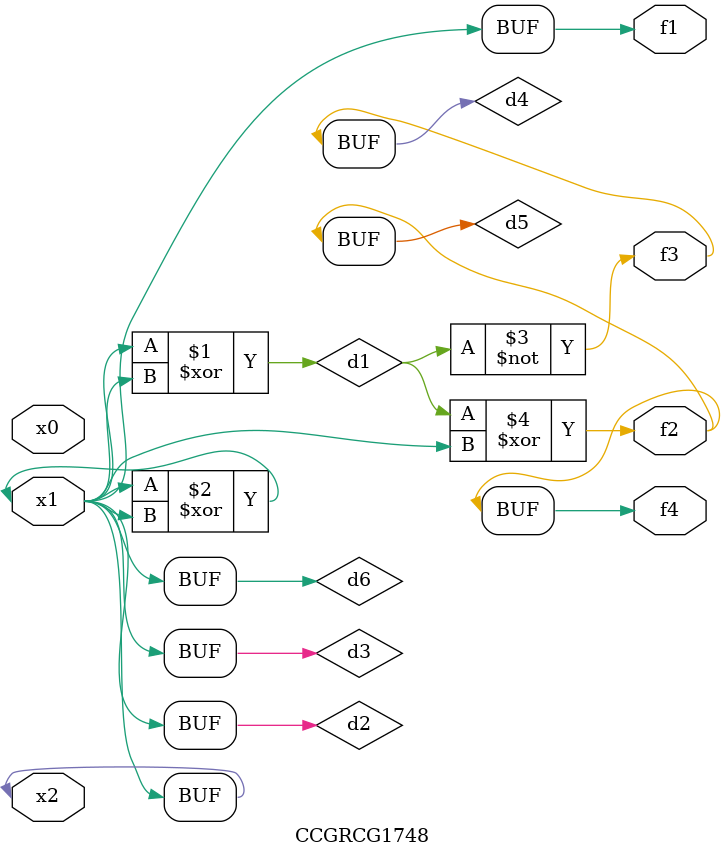
<source format=v>
module CCGRCG1748(
	input x0, x1, x2,
	output f1, f2, f3, f4
);

	wire d1, d2, d3, d4, d5, d6;

	xor (d1, x1, x2);
	buf (d2, x1, x2);
	xor (d3, x1, x2);
	nor (d4, d1);
	xor (d5, d1, d2);
	buf (d6, d2, d3);
	assign f1 = d6;
	assign f2 = d5;
	assign f3 = d4;
	assign f4 = d5;
endmodule

</source>
